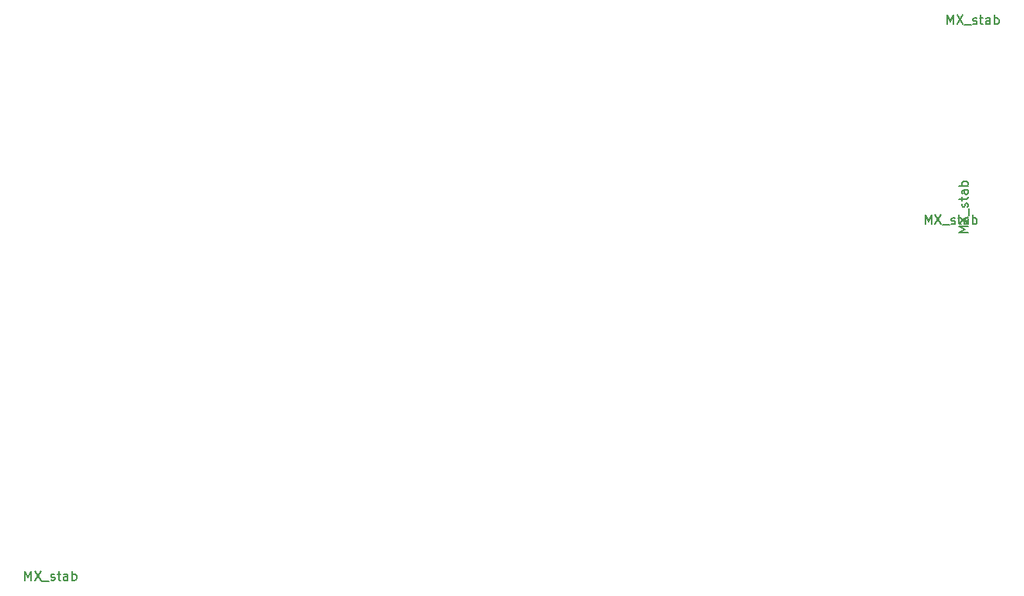
<source format=gbr>
%TF.GenerationSoftware,KiCad,Pcbnew,8.0.2*%
%TF.CreationDate,2024-11-08T19:37:49-08:00*%
%TF.ProjectId,gh80-5000-right,67683830-2d35-4303-9030-2d7269676874,rev?*%
%TF.SameCoordinates,Original*%
%TF.FileFunction,Other,Comment*%
%FSLAX46Y46*%
G04 Gerber Fmt 4.6, Leading zero omitted, Abs format (unit mm)*
G04 Created by KiCad (PCBNEW 8.0.2) date 2024-11-08 19:37:49*
%MOMM*%
%LPD*%
G01*
G04 APERTURE LIST*
%ADD10C,0.150000*%
G04 APERTURE END LIST*
D10*
X216289285Y-141932819D02*
X216289285Y-140932819D01*
X216289285Y-140932819D02*
X216622618Y-141647104D01*
X216622618Y-141647104D02*
X216955951Y-140932819D01*
X216955951Y-140932819D02*
X216955951Y-141932819D01*
X217336904Y-140932819D02*
X218003570Y-141932819D01*
X218003570Y-140932819D02*
X217336904Y-141932819D01*
X218146428Y-142028057D02*
X218908332Y-142028057D01*
X219098809Y-141885200D02*
X219194047Y-141932819D01*
X219194047Y-141932819D02*
X219384523Y-141932819D01*
X219384523Y-141932819D02*
X219479761Y-141885200D01*
X219479761Y-141885200D02*
X219527380Y-141789961D01*
X219527380Y-141789961D02*
X219527380Y-141742342D01*
X219527380Y-141742342D02*
X219479761Y-141647104D01*
X219479761Y-141647104D02*
X219384523Y-141599485D01*
X219384523Y-141599485D02*
X219241666Y-141599485D01*
X219241666Y-141599485D02*
X219146428Y-141551866D01*
X219146428Y-141551866D02*
X219098809Y-141456628D01*
X219098809Y-141456628D02*
X219098809Y-141409009D01*
X219098809Y-141409009D02*
X219146428Y-141313771D01*
X219146428Y-141313771D02*
X219241666Y-141266152D01*
X219241666Y-141266152D02*
X219384523Y-141266152D01*
X219384523Y-141266152D02*
X219479761Y-141313771D01*
X219813095Y-141266152D02*
X220194047Y-141266152D01*
X219955952Y-140932819D02*
X219955952Y-141789961D01*
X219955952Y-141789961D02*
X220003571Y-141885200D01*
X220003571Y-141885200D02*
X220098809Y-141932819D01*
X220098809Y-141932819D02*
X220194047Y-141932819D01*
X220955952Y-141932819D02*
X220955952Y-141409009D01*
X220955952Y-141409009D02*
X220908333Y-141313771D01*
X220908333Y-141313771D02*
X220813095Y-141266152D01*
X220813095Y-141266152D02*
X220622619Y-141266152D01*
X220622619Y-141266152D02*
X220527381Y-141313771D01*
X220955952Y-141885200D02*
X220860714Y-141932819D01*
X220860714Y-141932819D02*
X220622619Y-141932819D01*
X220622619Y-141932819D02*
X220527381Y-141885200D01*
X220527381Y-141885200D02*
X220479762Y-141789961D01*
X220479762Y-141789961D02*
X220479762Y-141694723D01*
X220479762Y-141694723D02*
X220527381Y-141599485D01*
X220527381Y-141599485D02*
X220622619Y-141551866D01*
X220622619Y-141551866D02*
X220860714Y-141551866D01*
X220860714Y-141551866D02*
X220955952Y-141504247D01*
X221432143Y-141932819D02*
X221432143Y-140932819D01*
X221432143Y-141313771D02*
X221527381Y-141266152D01*
X221527381Y-141266152D02*
X221717857Y-141266152D01*
X221717857Y-141266152D02*
X221813095Y-141313771D01*
X221813095Y-141313771D02*
X221860714Y-141361390D01*
X221860714Y-141361390D02*
X221908333Y-141456628D01*
X221908333Y-141456628D02*
X221908333Y-141742342D01*
X221908333Y-141742342D02*
X221860714Y-141837580D01*
X221860714Y-141837580D02*
X221813095Y-141885200D01*
X221813095Y-141885200D02*
X221717857Y-141932819D01*
X221717857Y-141932819D02*
X221527381Y-141932819D01*
X221527381Y-141932819D02*
X221432143Y-141885200D01*
X218545569Y-164710714D02*
X217545569Y-164710714D01*
X217545569Y-164710714D02*
X218259854Y-164377381D01*
X218259854Y-164377381D02*
X217545569Y-164044048D01*
X217545569Y-164044048D02*
X218545569Y-164044048D01*
X217545569Y-163663095D02*
X218545569Y-162996429D01*
X217545569Y-162996429D02*
X218545569Y-163663095D01*
X218640807Y-162853572D02*
X218640807Y-162091667D01*
X218497950Y-161901190D02*
X218545569Y-161805952D01*
X218545569Y-161805952D02*
X218545569Y-161615476D01*
X218545569Y-161615476D02*
X218497950Y-161520238D01*
X218497950Y-161520238D02*
X218402711Y-161472619D01*
X218402711Y-161472619D02*
X218355092Y-161472619D01*
X218355092Y-161472619D02*
X218259854Y-161520238D01*
X218259854Y-161520238D02*
X218212235Y-161615476D01*
X218212235Y-161615476D02*
X218212235Y-161758333D01*
X218212235Y-161758333D02*
X218164616Y-161853571D01*
X218164616Y-161853571D02*
X218069378Y-161901190D01*
X218069378Y-161901190D02*
X218021759Y-161901190D01*
X218021759Y-161901190D02*
X217926521Y-161853571D01*
X217926521Y-161853571D02*
X217878902Y-161758333D01*
X217878902Y-161758333D02*
X217878902Y-161615476D01*
X217878902Y-161615476D02*
X217926521Y-161520238D01*
X217878902Y-161186904D02*
X217878902Y-160805952D01*
X217545569Y-161044047D02*
X218402711Y-161044047D01*
X218402711Y-161044047D02*
X218497950Y-160996428D01*
X218497950Y-160996428D02*
X218545569Y-160901190D01*
X218545569Y-160901190D02*
X218545569Y-160805952D01*
X218545569Y-160044047D02*
X218021759Y-160044047D01*
X218021759Y-160044047D02*
X217926521Y-160091666D01*
X217926521Y-160091666D02*
X217878902Y-160186904D01*
X217878902Y-160186904D02*
X217878902Y-160377380D01*
X217878902Y-160377380D02*
X217926521Y-160472618D01*
X218497950Y-160044047D02*
X218545569Y-160139285D01*
X218545569Y-160139285D02*
X218545569Y-160377380D01*
X218545569Y-160377380D02*
X218497950Y-160472618D01*
X218497950Y-160472618D02*
X218402711Y-160520237D01*
X218402711Y-160520237D02*
X218307473Y-160520237D01*
X218307473Y-160520237D02*
X218212235Y-160472618D01*
X218212235Y-160472618D02*
X218164616Y-160377380D01*
X218164616Y-160377380D02*
X218164616Y-160139285D01*
X218164616Y-160139285D02*
X218116997Y-160044047D01*
X218545569Y-159567856D02*
X217545569Y-159567856D01*
X217926521Y-159567856D02*
X217878902Y-159472618D01*
X217878902Y-159472618D02*
X217878902Y-159282142D01*
X217878902Y-159282142D02*
X217926521Y-159186904D01*
X217926521Y-159186904D02*
X217974140Y-159139285D01*
X217974140Y-159139285D02*
X218069378Y-159091666D01*
X218069378Y-159091666D02*
X218355092Y-159091666D01*
X218355092Y-159091666D02*
X218450330Y-159139285D01*
X218450330Y-159139285D02*
X218497950Y-159186904D01*
X218497950Y-159186904D02*
X218545569Y-159282142D01*
X218545569Y-159282142D02*
X218545569Y-159472618D01*
X218545569Y-159472618D02*
X218497950Y-159567856D01*
X115631785Y-202676819D02*
X115631785Y-201676819D01*
X115631785Y-201676819D02*
X115965118Y-202391104D01*
X115965118Y-202391104D02*
X116298451Y-201676819D01*
X116298451Y-201676819D02*
X116298451Y-202676819D01*
X116679404Y-201676819D02*
X117346070Y-202676819D01*
X117346070Y-201676819D02*
X116679404Y-202676819D01*
X117488928Y-202772057D02*
X118250832Y-202772057D01*
X118441309Y-202629200D02*
X118536547Y-202676819D01*
X118536547Y-202676819D02*
X118727023Y-202676819D01*
X118727023Y-202676819D02*
X118822261Y-202629200D01*
X118822261Y-202629200D02*
X118869880Y-202533961D01*
X118869880Y-202533961D02*
X118869880Y-202486342D01*
X118869880Y-202486342D02*
X118822261Y-202391104D01*
X118822261Y-202391104D02*
X118727023Y-202343485D01*
X118727023Y-202343485D02*
X118584166Y-202343485D01*
X118584166Y-202343485D02*
X118488928Y-202295866D01*
X118488928Y-202295866D02*
X118441309Y-202200628D01*
X118441309Y-202200628D02*
X118441309Y-202153009D01*
X118441309Y-202153009D02*
X118488928Y-202057771D01*
X118488928Y-202057771D02*
X118584166Y-202010152D01*
X118584166Y-202010152D02*
X118727023Y-202010152D01*
X118727023Y-202010152D02*
X118822261Y-202057771D01*
X119155595Y-202010152D02*
X119536547Y-202010152D01*
X119298452Y-201676819D02*
X119298452Y-202533961D01*
X119298452Y-202533961D02*
X119346071Y-202629200D01*
X119346071Y-202629200D02*
X119441309Y-202676819D01*
X119441309Y-202676819D02*
X119536547Y-202676819D01*
X120298452Y-202676819D02*
X120298452Y-202153009D01*
X120298452Y-202153009D02*
X120250833Y-202057771D01*
X120250833Y-202057771D02*
X120155595Y-202010152D01*
X120155595Y-202010152D02*
X119965119Y-202010152D01*
X119965119Y-202010152D02*
X119869881Y-202057771D01*
X120298452Y-202629200D02*
X120203214Y-202676819D01*
X120203214Y-202676819D02*
X119965119Y-202676819D01*
X119965119Y-202676819D02*
X119869881Y-202629200D01*
X119869881Y-202629200D02*
X119822262Y-202533961D01*
X119822262Y-202533961D02*
X119822262Y-202438723D01*
X119822262Y-202438723D02*
X119869881Y-202343485D01*
X119869881Y-202343485D02*
X119965119Y-202295866D01*
X119965119Y-202295866D02*
X120203214Y-202295866D01*
X120203214Y-202295866D02*
X120298452Y-202248247D01*
X120774643Y-202676819D02*
X120774643Y-201676819D01*
X120774643Y-202057771D02*
X120869881Y-202010152D01*
X120869881Y-202010152D02*
X121060357Y-202010152D01*
X121060357Y-202010152D02*
X121155595Y-202057771D01*
X121155595Y-202057771D02*
X121203214Y-202105390D01*
X121203214Y-202105390D02*
X121250833Y-202200628D01*
X121250833Y-202200628D02*
X121250833Y-202486342D01*
X121250833Y-202486342D02*
X121203214Y-202581580D01*
X121203214Y-202581580D02*
X121155595Y-202629200D01*
X121155595Y-202629200D02*
X121060357Y-202676819D01*
X121060357Y-202676819D02*
X120869881Y-202676819D01*
X120869881Y-202676819D02*
X120774643Y-202629200D01*
X213908035Y-163776819D02*
X213908035Y-162776819D01*
X213908035Y-162776819D02*
X214241368Y-163491104D01*
X214241368Y-163491104D02*
X214574701Y-162776819D01*
X214574701Y-162776819D02*
X214574701Y-163776819D01*
X214955654Y-162776819D02*
X215622320Y-163776819D01*
X215622320Y-162776819D02*
X214955654Y-163776819D01*
X215765178Y-163872057D02*
X216527082Y-163872057D01*
X216717559Y-163729200D02*
X216812797Y-163776819D01*
X216812797Y-163776819D02*
X217003273Y-163776819D01*
X217003273Y-163776819D02*
X217098511Y-163729200D01*
X217098511Y-163729200D02*
X217146130Y-163633961D01*
X217146130Y-163633961D02*
X217146130Y-163586342D01*
X217146130Y-163586342D02*
X217098511Y-163491104D01*
X217098511Y-163491104D02*
X217003273Y-163443485D01*
X217003273Y-163443485D02*
X216860416Y-163443485D01*
X216860416Y-163443485D02*
X216765178Y-163395866D01*
X216765178Y-163395866D02*
X216717559Y-163300628D01*
X216717559Y-163300628D02*
X216717559Y-163253009D01*
X216717559Y-163253009D02*
X216765178Y-163157771D01*
X216765178Y-163157771D02*
X216860416Y-163110152D01*
X216860416Y-163110152D02*
X217003273Y-163110152D01*
X217003273Y-163110152D02*
X217098511Y-163157771D01*
X217431845Y-163110152D02*
X217812797Y-163110152D01*
X217574702Y-162776819D02*
X217574702Y-163633961D01*
X217574702Y-163633961D02*
X217622321Y-163729200D01*
X217622321Y-163729200D02*
X217717559Y-163776819D01*
X217717559Y-163776819D02*
X217812797Y-163776819D01*
X218574702Y-163776819D02*
X218574702Y-163253009D01*
X218574702Y-163253009D02*
X218527083Y-163157771D01*
X218527083Y-163157771D02*
X218431845Y-163110152D01*
X218431845Y-163110152D02*
X218241369Y-163110152D01*
X218241369Y-163110152D02*
X218146131Y-163157771D01*
X218574702Y-163729200D02*
X218479464Y-163776819D01*
X218479464Y-163776819D02*
X218241369Y-163776819D01*
X218241369Y-163776819D02*
X218146131Y-163729200D01*
X218146131Y-163729200D02*
X218098512Y-163633961D01*
X218098512Y-163633961D02*
X218098512Y-163538723D01*
X218098512Y-163538723D02*
X218146131Y-163443485D01*
X218146131Y-163443485D02*
X218241369Y-163395866D01*
X218241369Y-163395866D02*
X218479464Y-163395866D01*
X218479464Y-163395866D02*
X218574702Y-163348247D01*
X219050893Y-163776819D02*
X219050893Y-162776819D01*
X219050893Y-163157771D02*
X219146131Y-163110152D01*
X219146131Y-163110152D02*
X219336607Y-163110152D01*
X219336607Y-163110152D02*
X219431845Y-163157771D01*
X219431845Y-163157771D02*
X219479464Y-163205390D01*
X219479464Y-163205390D02*
X219527083Y-163300628D01*
X219527083Y-163300628D02*
X219527083Y-163586342D01*
X219527083Y-163586342D02*
X219479464Y-163681580D01*
X219479464Y-163681580D02*
X219431845Y-163729200D01*
X219431845Y-163729200D02*
X219336607Y-163776819D01*
X219336607Y-163776819D02*
X219146131Y-163776819D01*
X219146131Y-163776819D02*
X219050893Y-163729200D01*
M02*

</source>
